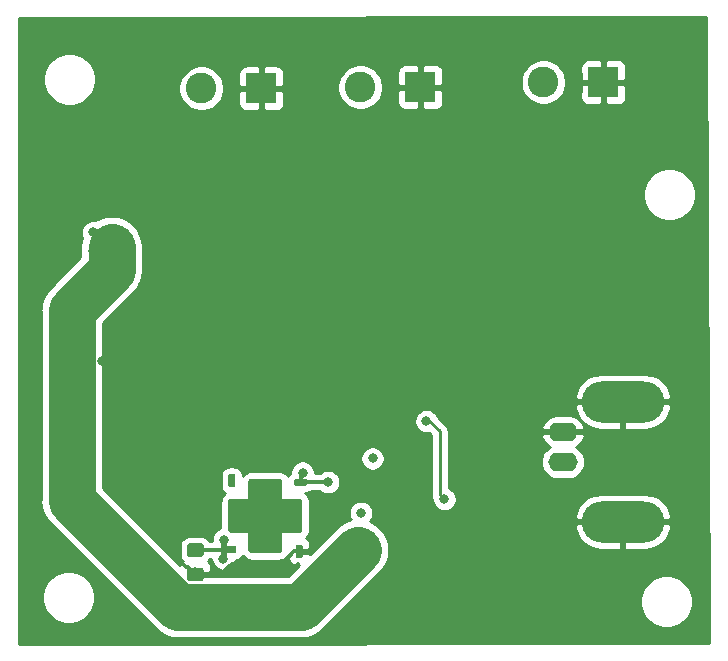
<source format=gbr>
G04 #@! TF.GenerationSoftware,KiCad,Pcbnew,(5.1.0)-1*
G04 #@! TF.CreationDate,2020-05-22T08:02:51-04:00*
G04 #@! TF.ProjectId,SiPMV4-60050,5369504d-5634-42d3-9630-3035302e6b69,rev?*
G04 #@! TF.SameCoordinates,Original*
G04 #@! TF.FileFunction,Copper,L2,Bot*
G04 #@! TF.FilePolarity,Positive*
%FSLAX46Y46*%
G04 Gerber Fmt 4.6, Leading zero omitted, Abs format (unit mm)*
G04 Created by KiCad (PCBNEW (5.1.0)-1) date 2020-05-22 08:02:51*
%MOMM*%
%LPD*%
G04 APERTURE LIST*
%ADD10C,0.100000*%
%ADD11C,2.900000*%
%ADD12C,0.600000*%
%ADD13O,7.000000X3.500000*%
%ADD14O,2.500000X1.600000*%
%ADD15C,1.150000*%
%ADD16C,2.600000*%
%ADD17R,2.600000X2.600000*%
%ADD18C,0.800000*%
%ADD19C,0.500000*%
%ADD20C,0.400000*%
%ADD21C,0.300000*%
%ADD22C,0.350000*%
%ADD23C,4.000000*%
%ADD24C,0.250000*%
%ADD25C,0.254000*%
G04 APERTURE END LIST*
D10*
G36*
X156716925Y-54649896D02*
G01*
X156745076Y-54654072D01*
X156772683Y-54660987D01*
X156799478Y-54670575D01*
X156825205Y-54682743D01*
X156849615Y-54697374D01*
X156872474Y-54714327D01*
X156893561Y-54733439D01*
X156912673Y-54754526D01*
X156929626Y-54777385D01*
X156944257Y-54801795D01*
X156956425Y-54827522D01*
X156966013Y-54854317D01*
X156972928Y-54881924D01*
X156977104Y-54910075D01*
X156978500Y-54938500D01*
X156978500Y-60658500D01*
X156977104Y-60686925D01*
X156972928Y-60715076D01*
X156966013Y-60742683D01*
X156956425Y-60769478D01*
X156944257Y-60795205D01*
X156929626Y-60819615D01*
X156912673Y-60842474D01*
X156893561Y-60863561D01*
X156872474Y-60882673D01*
X156849615Y-60899626D01*
X156825205Y-60914257D01*
X156799478Y-60926425D01*
X156772683Y-60936013D01*
X156745076Y-60942928D01*
X156716925Y-60947104D01*
X156688500Y-60948500D01*
X154368500Y-60948500D01*
X154340075Y-60947104D01*
X154311924Y-60942928D01*
X154284317Y-60936013D01*
X154257522Y-60926425D01*
X154231795Y-60914257D01*
X154207385Y-60899626D01*
X154184526Y-60882673D01*
X154163439Y-60863561D01*
X154144327Y-60842474D01*
X154127374Y-60819615D01*
X154112743Y-60795205D01*
X154100575Y-60769478D01*
X154090987Y-60742683D01*
X154084072Y-60715076D01*
X154079896Y-60686925D01*
X154078500Y-60658500D01*
X154078500Y-54938500D01*
X154079896Y-54910075D01*
X154084072Y-54881924D01*
X154090987Y-54854317D01*
X154100575Y-54827522D01*
X154112743Y-54801795D01*
X154127374Y-54777385D01*
X154144327Y-54754526D01*
X154163439Y-54733439D01*
X154184526Y-54714327D01*
X154207385Y-54697374D01*
X154231795Y-54682743D01*
X154257522Y-54670575D01*
X154284317Y-54660987D01*
X154311924Y-54654072D01*
X154340075Y-54649896D01*
X154368500Y-54648500D01*
X156688500Y-54648500D01*
X156716925Y-54649896D01*
X156716925Y-54649896D01*
G37*
D11*
X155528500Y-57798500D03*
D10*
G36*
X158406925Y-56339896D02*
G01*
X158435076Y-56344072D01*
X158462683Y-56350987D01*
X158489478Y-56360575D01*
X158515205Y-56372743D01*
X158539615Y-56387374D01*
X158562474Y-56404327D01*
X158583561Y-56423439D01*
X158602673Y-56444526D01*
X158619626Y-56467385D01*
X158634257Y-56491795D01*
X158646425Y-56517522D01*
X158656013Y-56544317D01*
X158662928Y-56571924D01*
X158667104Y-56600075D01*
X158668500Y-56628500D01*
X158668500Y-58948500D01*
X158667104Y-58976925D01*
X158662928Y-59005076D01*
X158656013Y-59032683D01*
X158646425Y-59059478D01*
X158634257Y-59085205D01*
X158619626Y-59109615D01*
X158602673Y-59132474D01*
X158583561Y-59153561D01*
X158562474Y-59172673D01*
X158539615Y-59189626D01*
X158515205Y-59204257D01*
X158489478Y-59216425D01*
X158462683Y-59226013D01*
X158435076Y-59232928D01*
X158406925Y-59237104D01*
X158378500Y-59238500D01*
X152658500Y-59238500D01*
X152630075Y-59237104D01*
X152601924Y-59232928D01*
X152574317Y-59226013D01*
X152547522Y-59216425D01*
X152521795Y-59204257D01*
X152497385Y-59189626D01*
X152474526Y-59172673D01*
X152453439Y-59153561D01*
X152434327Y-59132474D01*
X152417374Y-59109615D01*
X152402743Y-59085205D01*
X152390575Y-59059478D01*
X152380987Y-59032683D01*
X152374072Y-59005076D01*
X152369896Y-58976925D01*
X152368500Y-58948500D01*
X152368500Y-56628500D01*
X152369896Y-56600075D01*
X152374072Y-56571924D01*
X152380987Y-56544317D01*
X152390575Y-56517522D01*
X152402743Y-56491795D01*
X152417374Y-56467385D01*
X152434327Y-56444526D01*
X152453439Y-56423439D01*
X152474526Y-56404327D01*
X152497385Y-56387374D01*
X152521795Y-56372743D01*
X152547522Y-56360575D01*
X152574317Y-56350987D01*
X152601924Y-56344072D01*
X152630075Y-56339896D01*
X152658500Y-56338500D01*
X158378500Y-56338500D01*
X158406925Y-56339896D01*
X158406925Y-56339896D01*
G37*
D11*
X155518500Y-57788500D03*
D10*
G36*
X152943203Y-60339222D02*
G01*
X152957764Y-60341382D01*
X152972043Y-60344959D01*
X152985903Y-60349918D01*
X152999210Y-60356212D01*
X153011836Y-60363780D01*
X153023659Y-60372548D01*
X153034566Y-60382434D01*
X153044452Y-60393341D01*
X153053220Y-60405164D01*
X153060788Y-60417790D01*
X153067082Y-60431097D01*
X153072041Y-60444957D01*
X153075618Y-60459236D01*
X153077778Y-60473797D01*
X153078500Y-60488500D01*
X153078500Y-60788500D01*
X153077778Y-60803203D01*
X153075618Y-60817764D01*
X153072041Y-60832043D01*
X153067082Y-60845903D01*
X153060788Y-60859210D01*
X153053220Y-60871836D01*
X153044452Y-60883659D01*
X153034566Y-60894566D01*
X153023659Y-60904452D01*
X153011836Y-60913220D01*
X152999210Y-60920788D01*
X152985903Y-60927082D01*
X152972043Y-60932041D01*
X152957764Y-60935618D01*
X152943203Y-60937778D01*
X152928500Y-60938500D01*
X152128500Y-60938500D01*
X152113797Y-60937778D01*
X152099236Y-60935618D01*
X152084957Y-60932041D01*
X152071097Y-60927082D01*
X152057790Y-60920788D01*
X152045164Y-60913220D01*
X152033341Y-60904452D01*
X152022434Y-60894566D01*
X152012548Y-60883659D01*
X152003780Y-60871836D01*
X151996212Y-60859210D01*
X151989918Y-60845903D01*
X151984959Y-60832043D01*
X151981382Y-60817764D01*
X151979222Y-60803203D01*
X151978500Y-60788500D01*
X151978500Y-60488500D01*
X151979222Y-60473797D01*
X151981382Y-60459236D01*
X151984959Y-60444957D01*
X151989918Y-60431097D01*
X151996212Y-60417790D01*
X152003780Y-60405164D01*
X152012548Y-60393341D01*
X152022434Y-60382434D01*
X152033341Y-60372548D01*
X152045164Y-60363780D01*
X152057790Y-60356212D01*
X152071097Y-60349918D01*
X152084957Y-60344959D01*
X152099236Y-60341382D01*
X152113797Y-60339222D01*
X152128500Y-60338500D01*
X152928500Y-60338500D01*
X152943203Y-60339222D01*
X152943203Y-60339222D01*
G37*
D12*
X152528500Y-60638500D03*
D10*
G36*
X152843203Y-54259222D02*
G01*
X152857764Y-54261382D01*
X152872043Y-54264959D01*
X152885903Y-54269918D01*
X152899210Y-54276212D01*
X152911836Y-54283780D01*
X152923659Y-54292548D01*
X152934566Y-54302434D01*
X152944452Y-54313341D01*
X152953220Y-54325164D01*
X152960788Y-54337790D01*
X152967082Y-54351097D01*
X152972041Y-54364957D01*
X152975618Y-54379236D01*
X152977778Y-54393797D01*
X152978500Y-54408500D01*
X152978500Y-55208500D01*
X152977778Y-55223203D01*
X152975618Y-55237764D01*
X152972041Y-55252043D01*
X152967082Y-55265903D01*
X152960788Y-55279210D01*
X152953220Y-55291836D01*
X152944452Y-55303659D01*
X152934566Y-55314566D01*
X152923659Y-55324452D01*
X152911836Y-55333220D01*
X152899210Y-55340788D01*
X152885903Y-55347082D01*
X152872043Y-55352041D01*
X152857764Y-55355618D01*
X152843203Y-55357778D01*
X152828500Y-55358500D01*
X152528500Y-55358500D01*
X152513797Y-55357778D01*
X152499236Y-55355618D01*
X152484957Y-55352041D01*
X152471097Y-55347082D01*
X152457790Y-55340788D01*
X152445164Y-55333220D01*
X152433341Y-55324452D01*
X152422434Y-55314566D01*
X152412548Y-55303659D01*
X152403780Y-55291836D01*
X152396212Y-55279210D01*
X152389918Y-55265903D01*
X152384959Y-55252043D01*
X152381382Y-55237764D01*
X152379222Y-55223203D01*
X152378500Y-55208500D01*
X152378500Y-54408500D01*
X152379222Y-54393797D01*
X152381382Y-54379236D01*
X152384959Y-54364957D01*
X152389918Y-54351097D01*
X152396212Y-54337790D01*
X152403780Y-54325164D01*
X152412548Y-54313341D01*
X152422434Y-54302434D01*
X152433341Y-54292548D01*
X152445164Y-54283780D01*
X152457790Y-54276212D01*
X152471097Y-54269918D01*
X152484957Y-54264959D01*
X152499236Y-54261382D01*
X152513797Y-54259222D01*
X152528500Y-54258500D01*
X152828500Y-54258500D01*
X152843203Y-54259222D01*
X152843203Y-54259222D01*
G37*
D12*
X152678500Y-54808500D03*
D10*
G36*
X158953203Y-54639222D02*
G01*
X158967764Y-54641382D01*
X158982043Y-54644959D01*
X158995903Y-54649918D01*
X159009210Y-54656212D01*
X159021836Y-54663780D01*
X159033659Y-54672548D01*
X159044566Y-54682434D01*
X159054452Y-54693341D01*
X159063220Y-54705164D01*
X159070788Y-54717790D01*
X159077082Y-54731097D01*
X159082041Y-54744957D01*
X159085618Y-54759236D01*
X159087778Y-54773797D01*
X159088500Y-54788500D01*
X159088500Y-55088500D01*
X159087778Y-55103203D01*
X159085618Y-55117764D01*
X159082041Y-55132043D01*
X159077082Y-55145903D01*
X159070788Y-55159210D01*
X159063220Y-55171836D01*
X159054452Y-55183659D01*
X159044566Y-55194566D01*
X159033659Y-55204452D01*
X159021836Y-55213220D01*
X159009210Y-55220788D01*
X158995903Y-55227082D01*
X158982043Y-55232041D01*
X158967764Y-55235618D01*
X158953203Y-55237778D01*
X158938500Y-55238500D01*
X158138500Y-55238500D01*
X158123797Y-55237778D01*
X158109236Y-55235618D01*
X158094957Y-55232041D01*
X158081097Y-55227082D01*
X158067790Y-55220788D01*
X158055164Y-55213220D01*
X158043341Y-55204452D01*
X158032434Y-55194566D01*
X158022548Y-55183659D01*
X158013780Y-55171836D01*
X158006212Y-55159210D01*
X157999918Y-55145903D01*
X157994959Y-55132043D01*
X157991382Y-55117764D01*
X157989222Y-55103203D01*
X157988500Y-55088500D01*
X157988500Y-54788500D01*
X157989222Y-54773797D01*
X157991382Y-54759236D01*
X157994959Y-54744957D01*
X157999918Y-54731097D01*
X158006212Y-54717790D01*
X158013780Y-54705164D01*
X158022548Y-54693341D01*
X158032434Y-54682434D01*
X158043341Y-54672548D01*
X158055164Y-54663780D01*
X158067790Y-54656212D01*
X158081097Y-54649918D01*
X158094957Y-54644959D01*
X158109236Y-54641382D01*
X158123797Y-54639222D01*
X158138500Y-54638500D01*
X158938500Y-54638500D01*
X158953203Y-54639222D01*
X158953203Y-54639222D01*
G37*
D12*
X158538500Y-54938500D03*
D10*
G36*
X158553203Y-60239222D02*
G01*
X158567764Y-60241382D01*
X158582043Y-60244959D01*
X158595903Y-60249918D01*
X158609210Y-60256212D01*
X158621836Y-60263780D01*
X158633659Y-60272548D01*
X158644566Y-60282434D01*
X158654452Y-60293341D01*
X158663220Y-60305164D01*
X158670788Y-60317790D01*
X158677082Y-60331097D01*
X158682041Y-60344957D01*
X158685618Y-60359236D01*
X158687778Y-60373797D01*
X158688500Y-60388500D01*
X158688500Y-61188500D01*
X158687778Y-61203203D01*
X158685618Y-61217764D01*
X158682041Y-61232043D01*
X158677082Y-61245903D01*
X158670788Y-61259210D01*
X158663220Y-61271836D01*
X158654452Y-61283659D01*
X158644566Y-61294566D01*
X158633659Y-61304452D01*
X158621836Y-61313220D01*
X158609210Y-61320788D01*
X158595903Y-61327082D01*
X158582043Y-61332041D01*
X158567764Y-61335618D01*
X158553203Y-61337778D01*
X158538500Y-61338500D01*
X158238500Y-61338500D01*
X158223797Y-61337778D01*
X158209236Y-61335618D01*
X158194957Y-61332041D01*
X158181097Y-61327082D01*
X158167790Y-61320788D01*
X158155164Y-61313220D01*
X158143341Y-61304452D01*
X158132434Y-61294566D01*
X158122548Y-61283659D01*
X158113780Y-61271836D01*
X158106212Y-61259210D01*
X158099918Y-61245903D01*
X158094959Y-61232043D01*
X158091382Y-61217764D01*
X158089222Y-61203203D01*
X158088500Y-61188500D01*
X158088500Y-60388500D01*
X158089222Y-60373797D01*
X158091382Y-60359236D01*
X158094959Y-60344957D01*
X158099918Y-60331097D01*
X158106212Y-60317790D01*
X158113780Y-60305164D01*
X158122548Y-60293341D01*
X158132434Y-60282434D01*
X158143341Y-60272548D01*
X158155164Y-60263780D01*
X158167790Y-60256212D01*
X158181097Y-60249918D01*
X158194957Y-60244959D01*
X158209236Y-60241382D01*
X158223797Y-60239222D01*
X158238500Y-60238500D01*
X158538500Y-60238500D01*
X158553203Y-60239222D01*
X158553203Y-60239222D01*
G37*
D12*
X158388500Y-60788500D03*
D13*
X185808620Y-48145700D03*
X185808620Y-58305700D03*
D14*
X180728620Y-53225700D03*
X180728620Y-50685700D03*
D10*
G36*
X150080505Y-60123204D02*
G01*
X150104773Y-60126804D01*
X150128572Y-60132765D01*
X150151671Y-60141030D01*
X150173850Y-60151520D01*
X150194893Y-60164132D01*
X150214599Y-60178747D01*
X150232777Y-60195223D01*
X150249253Y-60213401D01*
X150263868Y-60233107D01*
X150276480Y-60254150D01*
X150286970Y-60276329D01*
X150295235Y-60299428D01*
X150301196Y-60323227D01*
X150304796Y-60347495D01*
X150306000Y-60371999D01*
X150306000Y-61022001D01*
X150304796Y-61046505D01*
X150301196Y-61070773D01*
X150295235Y-61094572D01*
X150286970Y-61117671D01*
X150276480Y-61139850D01*
X150263868Y-61160893D01*
X150249253Y-61180599D01*
X150232777Y-61198777D01*
X150214599Y-61215253D01*
X150194893Y-61229868D01*
X150173850Y-61242480D01*
X150151671Y-61252970D01*
X150128572Y-61261235D01*
X150104773Y-61267196D01*
X150080505Y-61270796D01*
X150056001Y-61272000D01*
X149155999Y-61272000D01*
X149131495Y-61270796D01*
X149107227Y-61267196D01*
X149083428Y-61261235D01*
X149060329Y-61252970D01*
X149038150Y-61242480D01*
X149017107Y-61229868D01*
X148997401Y-61215253D01*
X148979223Y-61198777D01*
X148962747Y-61180599D01*
X148948132Y-61160893D01*
X148935520Y-61139850D01*
X148925030Y-61117671D01*
X148916765Y-61094572D01*
X148910804Y-61070773D01*
X148907204Y-61046505D01*
X148906000Y-61022001D01*
X148906000Y-60371999D01*
X148907204Y-60347495D01*
X148910804Y-60323227D01*
X148916765Y-60299428D01*
X148925030Y-60276329D01*
X148935520Y-60254150D01*
X148948132Y-60233107D01*
X148962747Y-60213401D01*
X148979223Y-60195223D01*
X148997401Y-60178747D01*
X149017107Y-60164132D01*
X149038150Y-60151520D01*
X149060329Y-60141030D01*
X149083428Y-60132765D01*
X149107227Y-60126804D01*
X149131495Y-60123204D01*
X149155999Y-60122000D01*
X150056001Y-60122000D01*
X150080505Y-60123204D01*
X150080505Y-60123204D01*
G37*
D15*
X149606000Y-60697000D03*
D10*
G36*
X150080505Y-62173204D02*
G01*
X150104773Y-62176804D01*
X150128572Y-62182765D01*
X150151671Y-62191030D01*
X150173850Y-62201520D01*
X150194893Y-62214132D01*
X150214599Y-62228747D01*
X150232777Y-62245223D01*
X150249253Y-62263401D01*
X150263868Y-62283107D01*
X150276480Y-62304150D01*
X150286970Y-62326329D01*
X150295235Y-62349428D01*
X150301196Y-62373227D01*
X150304796Y-62397495D01*
X150306000Y-62421999D01*
X150306000Y-63072001D01*
X150304796Y-63096505D01*
X150301196Y-63120773D01*
X150295235Y-63144572D01*
X150286970Y-63167671D01*
X150276480Y-63189850D01*
X150263868Y-63210893D01*
X150249253Y-63230599D01*
X150232777Y-63248777D01*
X150214599Y-63265253D01*
X150194893Y-63279868D01*
X150173850Y-63292480D01*
X150151671Y-63302970D01*
X150128572Y-63311235D01*
X150104773Y-63317196D01*
X150080505Y-63320796D01*
X150056001Y-63322000D01*
X149155999Y-63322000D01*
X149131495Y-63320796D01*
X149107227Y-63317196D01*
X149083428Y-63311235D01*
X149060329Y-63302970D01*
X149038150Y-63292480D01*
X149017107Y-63279868D01*
X148997401Y-63265253D01*
X148979223Y-63248777D01*
X148962747Y-63230599D01*
X148948132Y-63210893D01*
X148935520Y-63189850D01*
X148925030Y-63167671D01*
X148916765Y-63144572D01*
X148910804Y-63120773D01*
X148907204Y-63096505D01*
X148906000Y-63072001D01*
X148906000Y-62421999D01*
X148907204Y-62397495D01*
X148910804Y-62373227D01*
X148916765Y-62349428D01*
X148925030Y-62326329D01*
X148935520Y-62304150D01*
X148948132Y-62283107D01*
X148962747Y-62263401D01*
X148979223Y-62245223D01*
X148997401Y-62228747D01*
X149017107Y-62214132D01*
X149038150Y-62201520D01*
X149060329Y-62191030D01*
X149083428Y-62182765D01*
X149107227Y-62176804D01*
X149131495Y-62173204D01*
X149155999Y-62172000D01*
X150056001Y-62172000D01*
X150080505Y-62173204D01*
X150080505Y-62173204D01*
G37*
D15*
X149606000Y-62747000D03*
D16*
X179070000Y-21082000D03*
D17*
X184150000Y-21082000D03*
D16*
X163568380Y-21503640D03*
D17*
X168648380Y-21503640D03*
X155191460Y-21600160D03*
D16*
X150111460Y-21600160D03*
D18*
X151980900Y-61417200D03*
X152028500Y-59807500D03*
X143306800Y-55880000D03*
X167513000Y-41910000D03*
X171460160Y-46339760D03*
X164615211Y-52939995D03*
X171958000Y-42926000D03*
X174752000Y-42672000D03*
X180848000Y-42672000D03*
X183896000Y-36576000D03*
X150114000Y-41402000D03*
X144780000Y-41402000D03*
X152871500Y-34253500D03*
X153111200Y-46278800D03*
X141732000Y-44704000D03*
X164909500Y-64168020D03*
X161564320Y-57597040D03*
X177000000Y-55250000D03*
X163621720Y-57541160D03*
X140936980Y-33794700D03*
X142788640Y-33794700D03*
X140975080Y-35372040D03*
X142788640Y-35410140D03*
X140896340Y-36870640D03*
X142514320Y-36987480D03*
X163385500Y-60657740D03*
X170688000Y-56388000D03*
X169164000Y-49784000D03*
X160858560Y-54950000D03*
X158688000Y-54144500D03*
D19*
X152028500Y-60638500D02*
X152028500Y-59807500D01*
D20*
X152028500Y-61369600D02*
X151980900Y-61417200D01*
D19*
X152028500Y-60638500D02*
X152028500Y-61369600D01*
D21*
X151970000Y-60697000D02*
X152028500Y-60638500D01*
X149606000Y-60697000D02*
X151970000Y-60697000D01*
D19*
X151384000Y-34798000D02*
X151384000Y-34544000D01*
D22*
X157988500Y-60788500D02*
X156933900Y-61843100D01*
X158388500Y-60788500D02*
X157988500Y-60788500D01*
X151798102Y-62747000D02*
X150406000Y-62747000D01*
X150406000Y-62747000D02*
X149606000Y-62747000D01*
X156933900Y-61843100D02*
X152702002Y-61843100D01*
X152702002Y-61843100D02*
X151798102Y-62747000D01*
X148982628Y-62123628D02*
X148785888Y-62123628D01*
X149606000Y-62747000D02*
X148982628Y-62123628D01*
X148785888Y-62123628D02*
X146194780Y-59532520D01*
D23*
X148141170Y-65522010D02*
X158521230Y-65522010D01*
X139131999Y-56512839D02*
X148141170Y-65522010D01*
X142514320Y-36987480D02*
X139131999Y-40369801D01*
X139131999Y-40369801D02*
X139131999Y-56512839D01*
X158521230Y-65522010D02*
X163385500Y-60657740D01*
X163385500Y-60657740D02*
X163385500Y-60657740D01*
X142514320Y-36987480D02*
X142514320Y-35036760D01*
D24*
X170288001Y-55988001D02*
X170288001Y-50654001D01*
X170688000Y-56388000D02*
X170288001Y-55988001D01*
X170288001Y-50654001D02*
X169418000Y-49784000D01*
X169418000Y-49784000D02*
X169164000Y-49784000D01*
D21*
X160847060Y-54938500D02*
X160858560Y-54950000D01*
X158538500Y-54938500D02*
X160847060Y-54938500D01*
X158538500Y-54938500D02*
X158538500Y-54144500D01*
X158538500Y-54144500D02*
X158688000Y-54144500D01*
D25*
G36*
X193088884Y-67854881D02*
G01*
X193085857Y-68603546D01*
X134674962Y-68628376D01*
X134665154Y-67598737D01*
X134664847Y-64463512D01*
X136659820Y-64463512D01*
X136659820Y-64903768D01*
X136745710Y-65335565D01*
X136914189Y-65742309D01*
X137158782Y-66108369D01*
X137470091Y-66419678D01*
X137836151Y-66664271D01*
X138242895Y-66832750D01*
X138674692Y-66918640D01*
X139114948Y-66918640D01*
X139546745Y-66832750D01*
X139953489Y-66664271D01*
X140319549Y-66419678D01*
X140630858Y-66108369D01*
X140875451Y-65742309D01*
X141043930Y-65335565D01*
X141129820Y-64903768D01*
X141129820Y-64463512D01*
X141043930Y-64031715D01*
X140875451Y-63624971D01*
X140630858Y-63258911D01*
X140319549Y-62947602D01*
X139953489Y-62703009D01*
X139546745Y-62534530D01*
X139114948Y-62448640D01*
X138674692Y-62448640D01*
X138242895Y-62534530D01*
X137836151Y-62703009D01*
X137470091Y-62947602D01*
X137158782Y-63258911D01*
X136914189Y-63624971D01*
X136745710Y-64031715D01*
X136659820Y-64463512D01*
X134664847Y-64463512D01*
X134662486Y-40369801D01*
X136484251Y-40369801D01*
X136496999Y-40499235D01*
X136497000Y-56383395D01*
X136484251Y-56512839D01*
X136535126Y-57029388D01*
X136685798Y-57526088D01*
X136685799Y-57526089D01*
X136930477Y-57983850D01*
X137259759Y-58385080D01*
X137360301Y-58467593D01*
X146186412Y-67293704D01*
X146268929Y-67394251D01*
X146670159Y-67723533D01*
X147127920Y-67968211D01*
X147624620Y-68118883D01*
X148011728Y-68157010D01*
X148011736Y-68157010D01*
X148141170Y-68169758D01*
X148270604Y-68157010D01*
X158391796Y-68157010D01*
X158521230Y-68169758D01*
X158650664Y-68157010D01*
X158650672Y-68157010D01*
X159037780Y-68118883D01*
X159534480Y-67968211D01*
X159992241Y-67723533D01*
X160393471Y-67394251D01*
X160475988Y-67293704D01*
X162915020Y-64854672D01*
X187269320Y-64854672D01*
X187269320Y-65294928D01*
X187355210Y-65726725D01*
X187523689Y-66133469D01*
X187768282Y-66499529D01*
X188079591Y-66810838D01*
X188445651Y-67055431D01*
X188852395Y-67223910D01*
X189284192Y-67309800D01*
X189724448Y-67309800D01*
X190156245Y-67223910D01*
X190562989Y-67055431D01*
X190929049Y-66810838D01*
X191240358Y-66499529D01*
X191484951Y-66133469D01*
X191653430Y-65726725D01*
X191739320Y-65294928D01*
X191739320Y-64854672D01*
X191653430Y-64422875D01*
X191484951Y-64016131D01*
X191240358Y-63650071D01*
X190929049Y-63338762D01*
X190562989Y-63094169D01*
X190156245Y-62925690D01*
X189724448Y-62839800D01*
X189284192Y-62839800D01*
X188852395Y-62925690D01*
X188445651Y-63094169D01*
X188079591Y-63338762D01*
X187768282Y-63650071D01*
X187523689Y-64016131D01*
X187355210Y-64422875D01*
X187269320Y-64854672D01*
X162915020Y-64854672D01*
X165157194Y-62612498D01*
X165257741Y-62529981D01*
X165587023Y-62128751D01*
X165831701Y-61670990D01*
X165982373Y-61174290D01*
X166033249Y-60657740D01*
X165982373Y-60141190D01*
X165831701Y-59644490D01*
X165587023Y-59186729D01*
X165272681Y-58803703D01*
X181726193Y-58803703D01*
X181806567Y-59101068D01*
X182005008Y-59525139D01*
X182282368Y-59902348D01*
X182627989Y-60218198D01*
X183028588Y-60460552D01*
X183468770Y-60620096D01*
X183931620Y-60690700D01*
X185681620Y-60690700D01*
X185681620Y-58432700D01*
X185935620Y-58432700D01*
X185935620Y-60690700D01*
X187685620Y-60690700D01*
X188148470Y-60620096D01*
X188588652Y-60460552D01*
X188989251Y-60218198D01*
X189334872Y-59902348D01*
X189612232Y-59525139D01*
X189810673Y-59101068D01*
X189891047Y-58803703D01*
X189781245Y-58432700D01*
X185935620Y-58432700D01*
X185681620Y-58432700D01*
X181835995Y-58432700D01*
X181726193Y-58803703D01*
X165272681Y-58803703D01*
X165257741Y-58785499D01*
X164856511Y-58456217D01*
X164409374Y-58217217D01*
X164425657Y-58200934D01*
X164538925Y-58031416D01*
X164616946Y-57843058D01*
X164623979Y-57807697D01*
X181726193Y-57807697D01*
X181835995Y-58178700D01*
X185681620Y-58178700D01*
X185681620Y-58158700D01*
X185935620Y-58158700D01*
X185935620Y-58178700D01*
X189781245Y-58178700D01*
X189891047Y-57807697D01*
X189810673Y-57510332D01*
X189612232Y-57086261D01*
X189334872Y-56709052D01*
X188989251Y-56393202D01*
X188588652Y-56150848D01*
X188148470Y-55991304D01*
X187685620Y-55920700D01*
X183931620Y-55920700D01*
X183468770Y-55991304D01*
X183028588Y-56150848D01*
X182627989Y-56393202D01*
X182282368Y-56709052D01*
X182005008Y-57086261D01*
X181806567Y-57510332D01*
X181726193Y-57807697D01*
X164623979Y-57807697D01*
X164656720Y-57643099D01*
X164656720Y-57439221D01*
X164616946Y-57239262D01*
X164538925Y-57050904D01*
X164425657Y-56881386D01*
X164281494Y-56737223D01*
X164111976Y-56623955D01*
X163923618Y-56545934D01*
X163723659Y-56506160D01*
X163519781Y-56506160D01*
X163319822Y-56545934D01*
X163131464Y-56623955D01*
X162961946Y-56737223D01*
X162817783Y-56881386D01*
X162704515Y-57050904D01*
X162626494Y-57239262D01*
X162586720Y-57439221D01*
X162586720Y-57643099D01*
X162626494Y-57843058D01*
X162704515Y-58031416D01*
X162748589Y-58097378D01*
X162372250Y-58211539D01*
X161914489Y-58456217D01*
X161513259Y-58785499D01*
X161430742Y-58886046D01*
X159283019Y-61033769D01*
X159164750Y-60915500D01*
X158515500Y-60915500D01*
X158515500Y-60935500D01*
X158261500Y-60935500D01*
X158261500Y-60915500D01*
X158241500Y-60915500D01*
X158241500Y-60661500D01*
X158261500Y-60661500D01*
X158261500Y-60641500D01*
X158515500Y-60641500D01*
X158515500Y-60661500D01*
X159164750Y-60661500D01*
X159323500Y-60502750D01*
X159326572Y-60238500D01*
X159314312Y-60114018D01*
X159278002Y-59994320D01*
X159219037Y-59884006D01*
X159139685Y-59787315D01*
X159042994Y-59707963D01*
X158961836Y-59664582D01*
X159034746Y-59604746D01*
X159150164Y-59464109D01*
X159235927Y-59303658D01*
X159288739Y-59129558D01*
X159306572Y-58948500D01*
X159306572Y-56628500D01*
X159288739Y-56447442D01*
X159235927Y-56273342D01*
X159150164Y-56112891D01*
X159034746Y-55972254D01*
X158918157Y-55876572D01*
X158938500Y-55876572D01*
X159092245Y-55861429D01*
X159240082Y-55816584D01*
X159376329Y-55743758D01*
X159401013Y-55723500D01*
X160168349Y-55723500D01*
X160198786Y-55753937D01*
X160368304Y-55867205D01*
X160556662Y-55945226D01*
X160756621Y-55985000D01*
X160960499Y-55985000D01*
X161160458Y-55945226D01*
X161348816Y-55867205D01*
X161518334Y-55753937D01*
X161662497Y-55609774D01*
X161775765Y-55440256D01*
X161853786Y-55251898D01*
X161893560Y-55051939D01*
X161893560Y-54848061D01*
X161853786Y-54648102D01*
X161775765Y-54459744D01*
X161662497Y-54290226D01*
X161518334Y-54146063D01*
X161348816Y-54032795D01*
X161160458Y-53954774D01*
X160960499Y-53915000D01*
X160756621Y-53915000D01*
X160556662Y-53954774D01*
X160368304Y-54032795D01*
X160198786Y-54146063D01*
X160191349Y-54153500D01*
X159723000Y-54153500D01*
X159723000Y-54042561D01*
X159683226Y-53842602D01*
X159605205Y-53654244D01*
X159491937Y-53484726D01*
X159347774Y-53340563D01*
X159178256Y-53227295D01*
X158989898Y-53149274D01*
X158789939Y-53109500D01*
X158586061Y-53109500D01*
X158386102Y-53149274D01*
X158197744Y-53227295D01*
X158028226Y-53340563D01*
X157884063Y-53484726D01*
X157770795Y-53654244D01*
X157692774Y-53842602D01*
X157653000Y-54042561D01*
X157653000Y-54172365D01*
X157581249Y-54231249D01*
X157483242Y-54350671D01*
X157450763Y-54411435D01*
X157344746Y-54282254D01*
X157204109Y-54166836D01*
X157043658Y-54081073D01*
X156869558Y-54028261D01*
X156688500Y-54010428D01*
X154368500Y-54010428D01*
X154187442Y-54028261D01*
X154013342Y-54081073D01*
X153852891Y-54166836D01*
X153712254Y-54282254D01*
X153615723Y-54399877D01*
X153601429Y-54254755D01*
X153556584Y-54106918D01*
X153483758Y-53970671D01*
X153385751Y-53851249D01*
X153266329Y-53753242D01*
X153130082Y-53680416D01*
X152982245Y-53635571D01*
X152828500Y-53620428D01*
X152528500Y-53620428D01*
X152374755Y-53635571D01*
X152226918Y-53680416D01*
X152090671Y-53753242D01*
X151971249Y-53851249D01*
X151873242Y-53970671D01*
X151800416Y-54106918D01*
X151755571Y-54254755D01*
X151740428Y-54408500D01*
X151740428Y-55208500D01*
X151755571Y-55362245D01*
X151800416Y-55510082D01*
X151873242Y-55646329D01*
X151971249Y-55765751D01*
X152090671Y-55863758D01*
X152117187Y-55877931D01*
X152002254Y-55972254D01*
X151886836Y-56112891D01*
X151801073Y-56273342D01*
X151748261Y-56447442D01*
X151730428Y-56628500D01*
X151730428Y-58811513D01*
X151726602Y-58812274D01*
X151538244Y-58890295D01*
X151368726Y-59003563D01*
X151224563Y-59147726D01*
X151111295Y-59317244D01*
X151033274Y-59505602D01*
X150993500Y-59705561D01*
X150993500Y-59909439D01*
X150994009Y-59912000D01*
X150812251Y-59912000D01*
X150794405Y-59878613D01*
X150683962Y-59744038D01*
X150549387Y-59633595D01*
X150395851Y-59551528D01*
X150229255Y-59500992D01*
X150056001Y-59483928D01*
X149155999Y-59483928D01*
X148982745Y-59500992D01*
X148816149Y-59551528D01*
X148662613Y-59633595D01*
X148528038Y-59744038D01*
X148417595Y-59878613D01*
X148335528Y-60032149D01*
X148284992Y-60198745D01*
X148267928Y-60371999D01*
X148267928Y-61022001D01*
X148284992Y-61195255D01*
X148335528Y-61361851D01*
X148417595Y-61515387D01*
X148528038Y-61649962D01*
X148534594Y-61655342D01*
X148454815Y-61720815D01*
X148375463Y-61817506D01*
X148316498Y-61927820D01*
X148306475Y-61960863D01*
X141766999Y-55421387D01*
X141766999Y-52838056D01*
X163580211Y-52838056D01*
X163580211Y-53041934D01*
X163619985Y-53241893D01*
X163698006Y-53430251D01*
X163811274Y-53599769D01*
X163955437Y-53743932D01*
X164124955Y-53857200D01*
X164313313Y-53935221D01*
X164513272Y-53974995D01*
X164717150Y-53974995D01*
X164917109Y-53935221D01*
X165105467Y-53857200D01*
X165274985Y-53743932D01*
X165419148Y-53599769D01*
X165532416Y-53430251D01*
X165610437Y-53241893D01*
X165650211Y-53041934D01*
X165650211Y-52838056D01*
X165610437Y-52638097D01*
X165532416Y-52449739D01*
X165419148Y-52280221D01*
X165274985Y-52136058D01*
X165105467Y-52022790D01*
X164917109Y-51944769D01*
X164717150Y-51904995D01*
X164513272Y-51904995D01*
X164313313Y-51944769D01*
X164124955Y-52022790D01*
X163955437Y-52136058D01*
X163811274Y-52280221D01*
X163698006Y-52449739D01*
X163619985Y-52638097D01*
X163580211Y-52838056D01*
X141766999Y-52838056D01*
X141766999Y-49682061D01*
X168129000Y-49682061D01*
X168129000Y-49885939D01*
X168168774Y-50085898D01*
X168246795Y-50274256D01*
X168360063Y-50443774D01*
X168504226Y-50587937D01*
X168673744Y-50701205D01*
X168862102Y-50779226D01*
X169062061Y-50819000D01*
X169265939Y-50819000D01*
X169359574Y-50800375D01*
X169528002Y-50968804D01*
X169528001Y-55950678D01*
X169524325Y-55988001D01*
X169528001Y-56025323D01*
X169528001Y-56025333D01*
X169538998Y-56136986D01*
X169580360Y-56273342D01*
X169582455Y-56280247D01*
X169653000Y-56412226D01*
X169653000Y-56489939D01*
X169692774Y-56689898D01*
X169770795Y-56878256D01*
X169884063Y-57047774D01*
X170028226Y-57191937D01*
X170197744Y-57305205D01*
X170386102Y-57383226D01*
X170586061Y-57423000D01*
X170789939Y-57423000D01*
X170989898Y-57383226D01*
X171178256Y-57305205D01*
X171347774Y-57191937D01*
X171491937Y-57047774D01*
X171605205Y-56878256D01*
X171683226Y-56689898D01*
X171723000Y-56489939D01*
X171723000Y-56286061D01*
X171683226Y-56086102D01*
X171605205Y-55897744D01*
X171491937Y-55728226D01*
X171347774Y-55584063D01*
X171178256Y-55470795D01*
X171048001Y-55416841D01*
X171048001Y-53225700D01*
X178836677Y-53225700D01*
X178864384Y-53507009D01*
X178946438Y-53777508D01*
X179079688Y-54026801D01*
X179259012Y-54245308D01*
X179477519Y-54424632D01*
X179726812Y-54557882D01*
X179997311Y-54639936D01*
X180208128Y-54660700D01*
X181249112Y-54660700D01*
X181459929Y-54639936D01*
X181730428Y-54557882D01*
X181979721Y-54424632D01*
X182198228Y-54245308D01*
X182377552Y-54026801D01*
X182510802Y-53777508D01*
X182592856Y-53507009D01*
X182620563Y-53225700D01*
X182592856Y-52944391D01*
X182510802Y-52673892D01*
X182377552Y-52424599D01*
X182198228Y-52206092D01*
X181979721Y-52026768D01*
X181851879Y-51958435D01*
X182081459Y-51808301D01*
X182283120Y-51610595D01*
X182442335Y-51377346D01*
X182552987Y-51117518D01*
X182570524Y-51034739D01*
X182448535Y-50812700D01*
X180855620Y-50812700D01*
X180855620Y-50832700D01*
X180601620Y-50832700D01*
X180601620Y-50812700D01*
X179008705Y-50812700D01*
X178886716Y-51034739D01*
X178904253Y-51117518D01*
X179014905Y-51377346D01*
X179174120Y-51610595D01*
X179375781Y-51808301D01*
X179605361Y-51958435D01*
X179477519Y-52026768D01*
X179259012Y-52206092D01*
X179079688Y-52424599D01*
X178946438Y-52673892D01*
X178864384Y-52944391D01*
X178836677Y-53225700D01*
X171048001Y-53225700D01*
X171048001Y-50691323D01*
X171051677Y-50654000D01*
X171048001Y-50616677D01*
X171048001Y-50616668D01*
X171037004Y-50505015D01*
X170993547Y-50361754D01*
X170980135Y-50336661D01*
X178886716Y-50336661D01*
X179008705Y-50558700D01*
X180601620Y-50558700D01*
X180601620Y-50538700D01*
X180855620Y-50538700D01*
X180855620Y-50558700D01*
X182448535Y-50558700D01*
X182570524Y-50336661D01*
X182552987Y-50253882D01*
X182442335Y-49994054D01*
X182283120Y-49760805D01*
X182081459Y-49563099D01*
X181845103Y-49408534D01*
X181583134Y-49303050D01*
X181305620Y-49250700D01*
X180151620Y-49250700D01*
X179874106Y-49303050D01*
X179612137Y-49408534D01*
X179375781Y-49563099D01*
X179174120Y-49760805D01*
X179014905Y-49994054D01*
X178904253Y-50253882D01*
X178886716Y-50336661D01*
X170980135Y-50336661D01*
X170922975Y-50229725D01*
X170828002Y-50114000D01*
X170799004Y-50090202D01*
X170136827Y-49428025D01*
X170081205Y-49293744D01*
X169967937Y-49124226D01*
X169823774Y-48980063D01*
X169654256Y-48866795D01*
X169465898Y-48788774D01*
X169265939Y-48749000D01*
X169062061Y-48749000D01*
X168862102Y-48788774D01*
X168673744Y-48866795D01*
X168504226Y-48980063D01*
X168360063Y-49124226D01*
X168246795Y-49293744D01*
X168168774Y-49482102D01*
X168129000Y-49682061D01*
X141766999Y-49682061D01*
X141766999Y-48643703D01*
X181726193Y-48643703D01*
X181806567Y-48941068D01*
X182005008Y-49365139D01*
X182282368Y-49742348D01*
X182627989Y-50058198D01*
X183028588Y-50300552D01*
X183468770Y-50460096D01*
X183931620Y-50530700D01*
X185681620Y-50530700D01*
X185681620Y-48272700D01*
X185935620Y-48272700D01*
X185935620Y-50530700D01*
X187685620Y-50530700D01*
X188148470Y-50460096D01*
X188588652Y-50300552D01*
X188989251Y-50058198D01*
X189334872Y-49742348D01*
X189612232Y-49365139D01*
X189810673Y-48941068D01*
X189891047Y-48643703D01*
X189781245Y-48272700D01*
X185935620Y-48272700D01*
X185681620Y-48272700D01*
X181835995Y-48272700D01*
X181726193Y-48643703D01*
X141766999Y-48643703D01*
X141766999Y-47647697D01*
X181726193Y-47647697D01*
X181835995Y-48018700D01*
X185681620Y-48018700D01*
X185681620Y-47998700D01*
X185935620Y-47998700D01*
X185935620Y-48018700D01*
X189781245Y-48018700D01*
X189891047Y-47647697D01*
X189810673Y-47350332D01*
X189612232Y-46926261D01*
X189334872Y-46549052D01*
X188989251Y-46233202D01*
X188588652Y-45990848D01*
X188148470Y-45831304D01*
X187685620Y-45760700D01*
X183931620Y-45760700D01*
X183468770Y-45831304D01*
X183028588Y-45990848D01*
X182627989Y-46233202D01*
X182282368Y-46549052D01*
X182005008Y-46926261D01*
X181806567Y-47350332D01*
X181726193Y-47647697D01*
X141766999Y-47647697D01*
X141766999Y-41461253D01*
X144286020Y-38942233D01*
X144386561Y-38859721D01*
X144715843Y-38458491D01*
X144960521Y-38000730D01*
X144989656Y-37904685D01*
X145111193Y-37504031D01*
X145116266Y-37452522D01*
X145149320Y-37116922D01*
X145149320Y-37116915D01*
X145162068Y-36987481D01*
X145149320Y-36858047D01*
X145149320Y-34907319D01*
X145111193Y-34520210D01*
X144960521Y-34023510D01*
X144715843Y-33565749D01*
X144386561Y-33164519D01*
X143985331Y-32835237D01*
X143527570Y-32590559D01*
X143030870Y-32439887D01*
X142514320Y-32389011D01*
X141997771Y-32439887D01*
X141501071Y-32590559D01*
X141145112Y-32780823D01*
X141038919Y-32759700D01*
X140835041Y-32759700D01*
X140635082Y-32799474D01*
X140446724Y-32877495D01*
X140277206Y-32990763D01*
X140133043Y-33134926D01*
X140019775Y-33304444D01*
X139941754Y-33492802D01*
X139901980Y-33692761D01*
X139901980Y-33896639D01*
X139941754Y-34096598D01*
X140001901Y-34241804D01*
X139917447Y-34520210D01*
X139879320Y-34907318D01*
X139879320Y-35896027D01*
X137360305Y-38415043D01*
X137259758Y-38497560D01*
X136930476Y-38898791D01*
X136685798Y-39356552D01*
X136535126Y-39853252D01*
X136496999Y-40240360D01*
X136496999Y-40240367D01*
X136484251Y-40369801D01*
X134662486Y-40369801D01*
X134661510Y-30397032D01*
X187485220Y-30397032D01*
X187485220Y-30837288D01*
X187571110Y-31269085D01*
X187739589Y-31675829D01*
X187984182Y-32041889D01*
X188295491Y-32353198D01*
X188661551Y-32597791D01*
X189068295Y-32766270D01*
X189500092Y-32852160D01*
X189940348Y-32852160D01*
X190372145Y-32766270D01*
X190778889Y-32597791D01*
X191144949Y-32353198D01*
X191456258Y-32041889D01*
X191700851Y-31675829D01*
X191869330Y-31269085D01*
X191955220Y-30837288D01*
X191955220Y-30397032D01*
X191869330Y-29965235D01*
X191700851Y-29558491D01*
X191456258Y-29192431D01*
X191144949Y-28881122D01*
X190778889Y-28636529D01*
X190372145Y-28468050D01*
X189940348Y-28382160D01*
X189500092Y-28382160D01*
X189068295Y-28468050D01*
X188661551Y-28636529D01*
X188295491Y-28881122D01*
X187984182Y-29192431D01*
X187739589Y-29558491D01*
X187571110Y-29965235D01*
X187485220Y-30397032D01*
X134661510Y-30397032D01*
X134660550Y-20607872D01*
X136703000Y-20607872D01*
X136703000Y-21048128D01*
X136788890Y-21479925D01*
X136957369Y-21886669D01*
X137201962Y-22252729D01*
X137513271Y-22564038D01*
X137879331Y-22808631D01*
X138286075Y-22977110D01*
X138717872Y-23063000D01*
X139158128Y-23063000D01*
X139589925Y-22977110D01*
X139996669Y-22808631D01*
X140362729Y-22564038D01*
X140674038Y-22252729D01*
X140918631Y-21886669D01*
X141087110Y-21479925D01*
X141101102Y-21409579D01*
X148176460Y-21409579D01*
X148176460Y-21790741D01*
X148250821Y-22164579D01*
X148396685Y-22516726D01*
X148608447Y-22833651D01*
X148877969Y-23103173D01*
X149194894Y-23314935D01*
X149547041Y-23460799D01*
X149920879Y-23535160D01*
X150302041Y-23535160D01*
X150675879Y-23460799D01*
X151028026Y-23314935D01*
X151344951Y-23103173D01*
X151547964Y-22900160D01*
X153253388Y-22900160D01*
X153265648Y-23024642D01*
X153301958Y-23144340D01*
X153360923Y-23254654D01*
X153440275Y-23351345D01*
X153536966Y-23430697D01*
X153647280Y-23489662D01*
X153766978Y-23525972D01*
X153891460Y-23538232D01*
X154905710Y-23535160D01*
X155064460Y-23376410D01*
X155064460Y-21727160D01*
X155318460Y-21727160D01*
X155318460Y-23376410D01*
X155477210Y-23535160D01*
X156491460Y-23538232D01*
X156615942Y-23525972D01*
X156735640Y-23489662D01*
X156845954Y-23430697D01*
X156942645Y-23351345D01*
X157021997Y-23254654D01*
X157080962Y-23144340D01*
X157117272Y-23024642D01*
X157129532Y-22900160D01*
X157126460Y-21885910D01*
X156967710Y-21727160D01*
X155318460Y-21727160D01*
X155064460Y-21727160D01*
X153415210Y-21727160D01*
X153256460Y-21885910D01*
X153253388Y-22900160D01*
X151547964Y-22900160D01*
X151614473Y-22833651D01*
X151826235Y-22516726D01*
X151972099Y-22164579D01*
X152046460Y-21790741D01*
X152046460Y-21409579D01*
X151972099Y-21035741D01*
X151826235Y-20683594D01*
X151614473Y-20366669D01*
X151547964Y-20300160D01*
X153253388Y-20300160D01*
X153256460Y-21314410D01*
X153415210Y-21473160D01*
X155064460Y-21473160D01*
X155064460Y-19823910D01*
X155318460Y-19823910D01*
X155318460Y-21473160D01*
X156967710Y-21473160D01*
X157126460Y-21314410D01*
X157126464Y-21313059D01*
X161633380Y-21313059D01*
X161633380Y-21694221D01*
X161707741Y-22068059D01*
X161853605Y-22420206D01*
X162065367Y-22737131D01*
X162334889Y-23006653D01*
X162651814Y-23218415D01*
X163003961Y-23364279D01*
X163377799Y-23438640D01*
X163758961Y-23438640D01*
X164132799Y-23364279D01*
X164484946Y-23218415D01*
X164801871Y-23006653D01*
X165004884Y-22803640D01*
X166710308Y-22803640D01*
X166722568Y-22928122D01*
X166758878Y-23047820D01*
X166817843Y-23158134D01*
X166897195Y-23254825D01*
X166993886Y-23334177D01*
X167104200Y-23393142D01*
X167223898Y-23429452D01*
X167348380Y-23441712D01*
X168362630Y-23438640D01*
X168521380Y-23279890D01*
X168521380Y-21630640D01*
X168775380Y-21630640D01*
X168775380Y-23279890D01*
X168934130Y-23438640D01*
X169948380Y-23441712D01*
X170072862Y-23429452D01*
X170192560Y-23393142D01*
X170302874Y-23334177D01*
X170399565Y-23254825D01*
X170478917Y-23158134D01*
X170537882Y-23047820D01*
X170574192Y-22928122D01*
X170586452Y-22803640D01*
X170583380Y-21789390D01*
X170424630Y-21630640D01*
X168775380Y-21630640D01*
X168521380Y-21630640D01*
X166872130Y-21630640D01*
X166713380Y-21789390D01*
X166710308Y-22803640D01*
X165004884Y-22803640D01*
X165071393Y-22737131D01*
X165283155Y-22420206D01*
X165429019Y-22068059D01*
X165503380Y-21694221D01*
X165503380Y-21313059D01*
X165429019Y-20939221D01*
X165283155Y-20587074D01*
X165071393Y-20270149D01*
X165004884Y-20203640D01*
X166710308Y-20203640D01*
X166713380Y-21217890D01*
X166872130Y-21376640D01*
X168521380Y-21376640D01*
X168521380Y-19727390D01*
X168775380Y-19727390D01*
X168775380Y-21376640D01*
X170424630Y-21376640D01*
X170583380Y-21217890D01*
X170584368Y-20891419D01*
X177135000Y-20891419D01*
X177135000Y-21272581D01*
X177209361Y-21646419D01*
X177355225Y-21998566D01*
X177566987Y-22315491D01*
X177836509Y-22585013D01*
X178153434Y-22796775D01*
X178505581Y-22942639D01*
X178879419Y-23017000D01*
X179260581Y-23017000D01*
X179634419Y-22942639D01*
X179986566Y-22796775D01*
X180303491Y-22585013D01*
X180506504Y-22382000D01*
X182211928Y-22382000D01*
X182224188Y-22506482D01*
X182260498Y-22626180D01*
X182319463Y-22736494D01*
X182398815Y-22833185D01*
X182495506Y-22912537D01*
X182605820Y-22971502D01*
X182725518Y-23007812D01*
X182850000Y-23020072D01*
X183864250Y-23017000D01*
X184023000Y-22858250D01*
X184023000Y-21209000D01*
X184277000Y-21209000D01*
X184277000Y-22858250D01*
X184435750Y-23017000D01*
X185450000Y-23020072D01*
X185574482Y-23007812D01*
X185694180Y-22971502D01*
X185804494Y-22912537D01*
X185901185Y-22833185D01*
X185980537Y-22736494D01*
X186039502Y-22626180D01*
X186075812Y-22506482D01*
X186088072Y-22382000D01*
X186085000Y-21367750D01*
X185926250Y-21209000D01*
X184277000Y-21209000D01*
X184023000Y-21209000D01*
X182373750Y-21209000D01*
X182215000Y-21367750D01*
X182211928Y-22382000D01*
X180506504Y-22382000D01*
X180573013Y-22315491D01*
X180784775Y-21998566D01*
X180930639Y-21646419D01*
X181005000Y-21272581D01*
X181005000Y-20891419D01*
X180930639Y-20517581D01*
X180784775Y-20165434D01*
X180573013Y-19848509D01*
X180506504Y-19782000D01*
X182211928Y-19782000D01*
X182215000Y-20796250D01*
X182373750Y-20955000D01*
X184023000Y-20955000D01*
X184023000Y-19305750D01*
X184277000Y-19305750D01*
X184277000Y-20955000D01*
X185926250Y-20955000D01*
X186085000Y-20796250D01*
X186088072Y-19782000D01*
X186075812Y-19657518D01*
X186039502Y-19537820D01*
X185980537Y-19427506D01*
X185901185Y-19330815D01*
X185804494Y-19251463D01*
X185694180Y-19192498D01*
X185574482Y-19156188D01*
X185450000Y-19143928D01*
X184435750Y-19147000D01*
X184277000Y-19305750D01*
X184023000Y-19305750D01*
X183864250Y-19147000D01*
X182850000Y-19143928D01*
X182725518Y-19156188D01*
X182605820Y-19192498D01*
X182495506Y-19251463D01*
X182398815Y-19330815D01*
X182319463Y-19427506D01*
X182260498Y-19537820D01*
X182224188Y-19657518D01*
X182211928Y-19782000D01*
X180506504Y-19782000D01*
X180303491Y-19578987D01*
X179986566Y-19367225D01*
X179634419Y-19221361D01*
X179260581Y-19147000D01*
X178879419Y-19147000D01*
X178505581Y-19221361D01*
X178153434Y-19367225D01*
X177836509Y-19578987D01*
X177566987Y-19848509D01*
X177355225Y-20165434D01*
X177209361Y-20517581D01*
X177135000Y-20891419D01*
X170584368Y-20891419D01*
X170586452Y-20203640D01*
X170574192Y-20079158D01*
X170537882Y-19959460D01*
X170478917Y-19849146D01*
X170399565Y-19752455D01*
X170302874Y-19673103D01*
X170192560Y-19614138D01*
X170072862Y-19577828D01*
X169948380Y-19565568D01*
X168934130Y-19568640D01*
X168775380Y-19727390D01*
X168521380Y-19727390D01*
X168362630Y-19568640D01*
X167348380Y-19565568D01*
X167223898Y-19577828D01*
X167104200Y-19614138D01*
X166993886Y-19673103D01*
X166897195Y-19752455D01*
X166817843Y-19849146D01*
X166758878Y-19959460D01*
X166722568Y-20079158D01*
X166710308Y-20203640D01*
X165004884Y-20203640D01*
X164801871Y-20000627D01*
X164484946Y-19788865D01*
X164132799Y-19643001D01*
X163758961Y-19568640D01*
X163377799Y-19568640D01*
X163003961Y-19643001D01*
X162651814Y-19788865D01*
X162334889Y-20000627D01*
X162065367Y-20270149D01*
X161853605Y-20587074D01*
X161707741Y-20939221D01*
X161633380Y-21313059D01*
X157126464Y-21313059D01*
X157129532Y-20300160D01*
X157117272Y-20175678D01*
X157080962Y-20055980D01*
X157021997Y-19945666D01*
X156942645Y-19848975D01*
X156845954Y-19769623D01*
X156735640Y-19710658D01*
X156615942Y-19674348D01*
X156491460Y-19662088D01*
X155477210Y-19665160D01*
X155318460Y-19823910D01*
X155064460Y-19823910D01*
X154905710Y-19665160D01*
X153891460Y-19662088D01*
X153766978Y-19674348D01*
X153647280Y-19710658D01*
X153536966Y-19769623D01*
X153440275Y-19848975D01*
X153360923Y-19945666D01*
X153301958Y-20055980D01*
X153265648Y-20175678D01*
X153253388Y-20300160D01*
X151547964Y-20300160D01*
X151344951Y-20097147D01*
X151028026Y-19885385D01*
X150675879Y-19739521D01*
X150302041Y-19665160D01*
X149920879Y-19665160D01*
X149547041Y-19739521D01*
X149194894Y-19885385D01*
X148877969Y-20097147D01*
X148608447Y-20366669D01*
X148396685Y-20683594D01*
X148250821Y-21035741D01*
X148176460Y-21409579D01*
X141101102Y-21409579D01*
X141173000Y-21048128D01*
X141173000Y-20607872D01*
X141087110Y-20176075D01*
X140918631Y-19769331D01*
X140674038Y-19403271D01*
X140362729Y-19091962D01*
X139996669Y-18847369D01*
X139589925Y-18678890D01*
X139158128Y-18593000D01*
X138717872Y-18593000D01*
X138286075Y-18678890D01*
X137879331Y-18847369D01*
X137513271Y-19091962D01*
X137201962Y-19403271D01*
X136957369Y-19769331D01*
X136788890Y-20176075D01*
X136703000Y-20607872D01*
X134660550Y-20607872D01*
X134660064Y-15659280D01*
X192815251Y-15595915D01*
X193088884Y-67854881D01*
X193088884Y-67854881D01*
G37*
X193088884Y-67854881D02*
X193085857Y-68603546D01*
X134674962Y-68628376D01*
X134665154Y-67598737D01*
X134664847Y-64463512D01*
X136659820Y-64463512D01*
X136659820Y-64903768D01*
X136745710Y-65335565D01*
X136914189Y-65742309D01*
X137158782Y-66108369D01*
X137470091Y-66419678D01*
X137836151Y-66664271D01*
X138242895Y-66832750D01*
X138674692Y-66918640D01*
X139114948Y-66918640D01*
X139546745Y-66832750D01*
X139953489Y-66664271D01*
X140319549Y-66419678D01*
X140630858Y-66108369D01*
X140875451Y-65742309D01*
X141043930Y-65335565D01*
X141129820Y-64903768D01*
X141129820Y-64463512D01*
X141043930Y-64031715D01*
X140875451Y-63624971D01*
X140630858Y-63258911D01*
X140319549Y-62947602D01*
X139953489Y-62703009D01*
X139546745Y-62534530D01*
X139114948Y-62448640D01*
X138674692Y-62448640D01*
X138242895Y-62534530D01*
X137836151Y-62703009D01*
X137470091Y-62947602D01*
X137158782Y-63258911D01*
X136914189Y-63624971D01*
X136745710Y-64031715D01*
X136659820Y-64463512D01*
X134664847Y-64463512D01*
X134662486Y-40369801D01*
X136484251Y-40369801D01*
X136496999Y-40499235D01*
X136497000Y-56383395D01*
X136484251Y-56512839D01*
X136535126Y-57029388D01*
X136685798Y-57526088D01*
X136685799Y-57526089D01*
X136930477Y-57983850D01*
X137259759Y-58385080D01*
X137360301Y-58467593D01*
X146186412Y-67293704D01*
X146268929Y-67394251D01*
X146670159Y-67723533D01*
X147127920Y-67968211D01*
X147624620Y-68118883D01*
X148011728Y-68157010D01*
X148011736Y-68157010D01*
X148141170Y-68169758D01*
X148270604Y-68157010D01*
X158391796Y-68157010D01*
X158521230Y-68169758D01*
X158650664Y-68157010D01*
X158650672Y-68157010D01*
X159037780Y-68118883D01*
X159534480Y-67968211D01*
X159992241Y-67723533D01*
X160393471Y-67394251D01*
X160475988Y-67293704D01*
X162915020Y-64854672D01*
X187269320Y-64854672D01*
X187269320Y-65294928D01*
X187355210Y-65726725D01*
X187523689Y-66133469D01*
X187768282Y-66499529D01*
X188079591Y-66810838D01*
X188445651Y-67055431D01*
X188852395Y-67223910D01*
X189284192Y-67309800D01*
X189724448Y-67309800D01*
X190156245Y-67223910D01*
X190562989Y-67055431D01*
X190929049Y-66810838D01*
X191240358Y-66499529D01*
X191484951Y-66133469D01*
X191653430Y-65726725D01*
X191739320Y-65294928D01*
X191739320Y-64854672D01*
X191653430Y-64422875D01*
X191484951Y-64016131D01*
X191240358Y-63650071D01*
X190929049Y-63338762D01*
X190562989Y-63094169D01*
X190156245Y-62925690D01*
X189724448Y-62839800D01*
X189284192Y-62839800D01*
X188852395Y-62925690D01*
X188445651Y-63094169D01*
X188079591Y-63338762D01*
X187768282Y-63650071D01*
X187523689Y-64016131D01*
X187355210Y-64422875D01*
X187269320Y-64854672D01*
X162915020Y-64854672D01*
X165157194Y-62612498D01*
X165257741Y-62529981D01*
X165587023Y-62128751D01*
X165831701Y-61670990D01*
X165982373Y-61174290D01*
X166033249Y-60657740D01*
X165982373Y-60141190D01*
X165831701Y-59644490D01*
X165587023Y-59186729D01*
X165272681Y-58803703D01*
X181726193Y-58803703D01*
X181806567Y-59101068D01*
X182005008Y-59525139D01*
X182282368Y-59902348D01*
X182627989Y-60218198D01*
X183028588Y-60460552D01*
X183468770Y-60620096D01*
X183931620Y-60690700D01*
X185681620Y-60690700D01*
X185681620Y-58432700D01*
X185935620Y-58432700D01*
X185935620Y-60690700D01*
X187685620Y-60690700D01*
X188148470Y-60620096D01*
X188588652Y-60460552D01*
X188989251Y-60218198D01*
X189334872Y-59902348D01*
X189612232Y-59525139D01*
X189810673Y-59101068D01*
X189891047Y-58803703D01*
X189781245Y-58432700D01*
X185935620Y-58432700D01*
X185681620Y-58432700D01*
X181835995Y-58432700D01*
X181726193Y-58803703D01*
X165272681Y-58803703D01*
X165257741Y-58785499D01*
X164856511Y-58456217D01*
X164409374Y-58217217D01*
X164425657Y-58200934D01*
X164538925Y-58031416D01*
X164616946Y-57843058D01*
X164623979Y-57807697D01*
X181726193Y-57807697D01*
X181835995Y-58178700D01*
X185681620Y-58178700D01*
X185681620Y-58158700D01*
X185935620Y-58158700D01*
X185935620Y-58178700D01*
X189781245Y-58178700D01*
X189891047Y-57807697D01*
X189810673Y-57510332D01*
X189612232Y-57086261D01*
X189334872Y-56709052D01*
X188989251Y-56393202D01*
X188588652Y-56150848D01*
X188148470Y-55991304D01*
X187685620Y-55920700D01*
X183931620Y-55920700D01*
X183468770Y-55991304D01*
X183028588Y-56150848D01*
X182627989Y-56393202D01*
X182282368Y-56709052D01*
X182005008Y-57086261D01*
X181806567Y-57510332D01*
X181726193Y-57807697D01*
X164623979Y-57807697D01*
X164656720Y-57643099D01*
X164656720Y-57439221D01*
X164616946Y-57239262D01*
X164538925Y-57050904D01*
X164425657Y-56881386D01*
X164281494Y-56737223D01*
X164111976Y-56623955D01*
X163923618Y-56545934D01*
X163723659Y-56506160D01*
X163519781Y-56506160D01*
X163319822Y-56545934D01*
X163131464Y-56623955D01*
X162961946Y-56737223D01*
X162817783Y-56881386D01*
X162704515Y-57050904D01*
X162626494Y-57239262D01*
X162586720Y-57439221D01*
X162586720Y-57643099D01*
X162626494Y-57843058D01*
X162704515Y-58031416D01*
X162748589Y-58097378D01*
X162372250Y-58211539D01*
X161914489Y-58456217D01*
X161513259Y-58785499D01*
X161430742Y-58886046D01*
X159283019Y-61033769D01*
X159164750Y-60915500D01*
X158515500Y-60915500D01*
X158515500Y-60935500D01*
X158261500Y-60935500D01*
X158261500Y-60915500D01*
X158241500Y-60915500D01*
X158241500Y-60661500D01*
X158261500Y-60661500D01*
X158261500Y-60641500D01*
X158515500Y-60641500D01*
X158515500Y-60661500D01*
X159164750Y-60661500D01*
X159323500Y-60502750D01*
X159326572Y-60238500D01*
X159314312Y-60114018D01*
X159278002Y-59994320D01*
X159219037Y-59884006D01*
X159139685Y-59787315D01*
X159042994Y-59707963D01*
X158961836Y-59664582D01*
X159034746Y-59604746D01*
X159150164Y-59464109D01*
X159235927Y-59303658D01*
X159288739Y-59129558D01*
X159306572Y-58948500D01*
X159306572Y-56628500D01*
X159288739Y-56447442D01*
X159235927Y-56273342D01*
X159150164Y-56112891D01*
X159034746Y-55972254D01*
X158918157Y-55876572D01*
X158938500Y-55876572D01*
X159092245Y-55861429D01*
X159240082Y-55816584D01*
X159376329Y-55743758D01*
X159401013Y-55723500D01*
X160168349Y-55723500D01*
X160198786Y-55753937D01*
X160368304Y-55867205D01*
X160556662Y-55945226D01*
X160756621Y-55985000D01*
X160960499Y-55985000D01*
X161160458Y-55945226D01*
X161348816Y-55867205D01*
X161518334Y-55753937D01*
X161662497Y-55609774D01*
X161775765Y-55440256D01*
X161853786Y-55251898D01*
X161893560Y-55051939D01*
X161893560Y-54848061D01*
X161853786Y-54648102D01*
X161775765Y-54459744D01*
X161662497Y-54290226D01*
X161518334Y-54146063D01*
X161348816Y-54032795D01*
X161160458Y-53954774D01*
X160960499Y-53915000D01*
X160756621Y-53915000D01*
X160556662Y-53954774D01*
X160368304Y-54032795D01*
X160198786Y-54146063D01*
X160191349Y-54153500D01*
X159723000Y-54153500D01*
X159723000Y-54042561D01*
X159683226Y-53842602D01*
X159605205Y-53654244D01*
X159491937Y-53484726D01*
X159347774Y-53340563D01*
X159178256Y-53227295D01*
X158989898Y-53149274D01*
X158789939Y-53109500D01*
X158586061Y-53109500D01*
X158386102Y-53149274D01*
X158197744Y-53227295D01*
X158028226Y-53340563D01*
X157884063Y-53484726D01*
X157770795Y-53654244D01*
X157692774Y-53842602D01*
X157653000Y-54042561D01*
X157653000Y-54172365D01*
X157581249Y-54231249D01*
X157483242Y-54350671D01*
X157450763Y-54411435D01*
X157344746Y-54282254D01*
X157204109Y-54166836D01*
X157043658Y-54081073D01*
X156869558Y-54028261D01*
X156688500Y-54010428D01*
X154368500Y-54010428D01*
X154187442Y-54028261D01*
X154013342Y-54081073D01*
X153852891Y-54166836D01*
X153712254Y-54282254D01*
X153615723Y-54399877D01*
X153601429Y-54254755D01*
X153556584Y-54106918D01*
X153483758Y-53970671D01*
X153385751Y-53851249D01*
X153266329Y-53753242D01*
X153130082Y-53680416D01*
X152982245Y-53635571D01*
X152828500Y-53620428D01*
X152528500Y-53620428D01*
X152374755Y-53635571D01*
X152226918Y-53680416D01*
X152090671Y-53753242D01*
X151971249Y-53851249D01*
X151873242Y-53970671D01*
X151800416Y-54106918D01*
X151755571Y-54254755D01*
X151740428Y-54408500D01*
X151740428Y-55208500D01*
X151755571Y-55362245D01*
X151800416Y-55510082D01*
X151873242Y-55646329D01*
X151971249Y-55765751D01*
X152090671Y-55863758D01*
X152117187Y-55877931D01*
X152002254Y-55972254D01*
X151886836Y-56112891D01*
X151801073Y-56273342D01*
X151748261Y-56447442D01*
X151730428Y-56628500D01*
X151730428Y-58811513D01*
X151726602Y-58812274D01*
X151538244Y-58890295D01*
X151368726Y-59003563D01*
X151224563Y-59147726D01*
X151111295Y-59317244D01*
X151033274Y-59505602D01*
X150993500Y-59705561D01*
X150993500Y-59909439D01*
X150994009Y-59912000D01*
X150812251Y-59912000D01*
X150794405Y-59878613D01*
X150683962Y-59744038D01*
X150549387Y-59633595D01*
X150395851Y-59551528D01*
X150229255Y-59500992D01*
X150056001Y-59483928D01*
X149155999Y-59483928D01*
X148982745Y-59500992D01*
X148816149Y-59551528D01*
X148662613Y-59633595D01*
X148528038Y-59744038D01*
X148417595Y-59878613D01*
X148335528Y-60032149D01*
X148284992Y-60198745D01*
X148267928Y-60371999D01*
X148267928Y-61022001D01*
X148284992Y-61195255D01*
X148335528Y-61361851D01*
X148417595Y-61515387D01*
X148528038Y-61649962D01*
X148534594Y-61655342D01*
X148454815Y-61720815D01*
X148375463Y-61817506D01*
X148316498Y-61927820D01*
X148306475Y-61960863D01*
X141766999Y-55421387D01*
X141766999Y-52838056D01*
X163580211Y-52838056D01*
X163580211Y-53041934D01*
X163619985Y-53241893D01*
X163698006Y-53430251D01*
X163811274Y-53599769D01*
X163955437Y-53743932D01*
X164124955Y-53857200D01*
X164313313Y-53935221D01*
X164513272Y-53974995D01*
X164717150Y-53974995D01*
X164917109Y-53935221D01*
X165105467Y-53857200D01*
X165274985Y-53743932D01*
X165419148Y-53599769D01*
X165532416Y-53430251D01*
X165610437Y-53241893D01*
X165650211Y-53041934D01*
X165650211Y-52838056D01*
X165610437Y-52638097D01*
X165532416Y-52449739D01*
X165419148Y-52280221D01*
X165274985Y-52136058D01*
X165105467Y-52022790D01*
X164917109Y-51944769D01*
X164717150Y-51904995D01*
X164513272Y-51904995D01*
X164313313Y-51944769D01*
X164124955Y-52022790D01*
X163955437Y-52136058D01*
X163811274Y-52280221D01*
X163698006Y-52449739D01*
X163619985Y-52638097D01*
X163580211Y-52838056D01*
X141766999Y-52838056D01*
X141766999Y-49682061D01*
X168129000Y-49682061D01*
X168129000Y-49885939D01*
X168168774Y-50085898D01*
X168246795Y-50274256D01*
X168360063Y-50443774D01*
X168504226Y-50587937D01*
X168673744Y-50701205D01*
X168862102Y-50779226D01*
X169062061Y-50819000D01*
X169265939Y-50819000D01*
X169359574Y-50800375D01*
X169528002Y-50968804D01*
X169528001Y-55950678D01*
X169524325Y-55988001D01*
X169528001Y-56025323D01*
X169528001Y-56025333D01*
X169538998Y-56136986D01*
X169580360Y-56273342D01*
X169582455Y-56280247D01*
X169653000Y-56412226D01*
X169653000Y-56489939D01*
X169692774Y-56689898D01*
X169770795Y-56878256D01*
X169884063Y-57047774D01*
X170028226Y-57191937D01*
X170197744Y-57305205D01*
X170386102Y-57383226D01*
X170586061Y-57423000D01*
X170789939Y-57423000D01*
X170989898Y-57383226D01*
X171178256Y-57305205D01*
X171347774Y-57191937D01*
X171491937Y-57047774D01*
X171605205Y-56878256D01*
X171683226Y-56689898D01*
X171723000Y-56489939D01*
X171723000Y-56286061D01*
X171683226Y-56086102D01*
X171605205Y-55897744D01*
X171491937Y-55728226D01*
X171347774Y-55584063D01*
X171178256Y-55470795D01*
X171048001Y-55416841D01*
X171048001Y-53225700D01*
X178836677Y-53225700D01*
X178864384Y-53507009D01*
X178946438Y-53777508D01*
X179079688Y-54026801D01*
X179259012Y-54245308D01*
X179477519Y-54424632D01*
X179726812Y-54557882D01*
X179997311Y-54639936D01*
X180208128Y-54660700D01*
X181249112Y-54660700D01*
X181459929Y-54639936D01*
X181730428Y-54557882D01*
X181979721Y-54424632D01*
X182198228Y-54245308D01*
X182377552Y-54026801D01*
X182510802Y-53777508D01*
X182592856Y-53507009D01*
X182620563Y-53225700D01*
X182592856Y-52944391D01*
X182510802Y-52673892D01*
X182377552Y-52424599D01*
X182198228Y-52206092D01*
X181979721Y-52026768D01*
X181851879Y-51958435D01*
X182081459Y-51808301D01*
X182283120Y-51610595D01*
X182442335Y-51377346D01*
X182552987Y-51117518D01*
X182570524Y-51034739D01*
X182448535Y-50812700D01*
X180855620Y-50812700D01*
X180855620Y-50832700D01*
X180601620Y-50832700D01*
X180601620Y-50812700D01*
X179008705Y-50812700D01*
X178886716Y-51034739D01*
X178904253Y-51117518D01*
X179014905Y-51377346D01*
X179174120Y-51610595D01*
X179375781Y-51808301D01*
X179605361Y-51958435D01*
X179477519Y-52026768D01*
X179259012Y-52206092D01*
X179079688Y-52424599D01*
X178946438Y-52673892D01*
X178864384Y-52944391D01*
X178836677Y-53225700D01*
X171048001Y-53225700D01*
X171048001Y-50691323D01*
X171051677Y-50654000D01*
X171048001Y-50616677D01*
X171048001Y-50616668D01*
X171037004Y-50505015D01*
X170993547Y-50361754D01*
X170980135Y-50336661D01*
X178886716Y-50336661D01*
X179008705Y-50558700D01*
X180601620Y-50558700D01*
X180601620Y-50538700D01*
X180855620Y-50538700D01*
X180855620Y-50558700D01*
X182448535Y-50558700D01*
X182570524Y-50336661D01*
X182552987Y-50253882D01*
X182442335Y-49994054D01*
X182283120Y-49760805D01*
X182081459Y-49563099D01*
X181845103Y-49408534D01*
X181583134Y-49303050D01*
X181305620Y-49250700D01*
X180151620Y-49250700D01*
X179874106Y-49303050D01*
X179612137Y-49408534D01*
X179375781Y-49563099D01*
X179174120Y-49760805D01*
X179014905Y-49994054D01*
X178904253Y-50253882D01*
X178886716Y-50336661D01*
X170980135Y-50336661D01*
X170922975Y-50229725D01*
X170828002Y-50114000D01*
X170799004Y-50090202D01*
X170136827Y-49428025D01*
X170081205Y-49293744D01*
X169967937Y-49124226D01*
X169823774Y-48980063D01*
X169654256Y-48866795D01*
X169465898Y-48788774D01*
X169265939Y-48749000D01*
X169062061Y-48749000D01*
X168862102Y-48788774D01*
X168673744Y-48866795D01*
X168504226Y-48980063D01*
X168360063Y-49124226D01*
X168246795Y-49293744D01*
X168168774Y-49482102D01*
X168129000Y-49682061D01*
X141766999Y-49682061D01*
X141766999Y-48643703D01*
X181726193Y-48643703D01*
X181806567Y-48941068D01*
X182005008Y-49365139D01*
X182282368Y-49742348D01*
X182627989Y-50058198D01*
X183028588Y-50300552D01*
X183468770Y-50460096D01*
X183931620Y-50530700D01*
X185681620Y-50530700D01*
X185681620Y-48272700D01*
X185935620Y-48272700D01*
X185935620Y-50530700D01*
X187685620Y-50530700D01*
X188148470Y-50460096D01*
X188588652Y-50300552D01*
X188989251Y-50058198D01*
X189334872Y-49742348D01*
X189612232Y-49365139D01*
X189810673Y-48941068D01*
X189891047Y-48643703D01*
X189781245Y-48272700D01*
X185935620Y-48272700D01*
X185681620Y-48272700D01*
X181835995Y-48272700D01*
X181726193Y-48643703D01*
X141766999Y-48643703D01*
X141766999Y-47647697D01*
X181726193Y-47647697D01*
X181835995Y-48018700D01*
X185681620Y-48018700D01*
X185681620Y-47998700D01*
X185935620Y-47998700D01*
X185935620Y-48018700D01*
X189781245Y-48018700D01*
X189891047Y-47647697D01*
X189810673Y-47350332D01*
X189612232Y-46926261D01*
X189334872Y-46549052D01*
X188989251Y-46233202D01*
X188588652Y-45990848D01*
X188148470Y-45831304D01*
X187685620Y-45760700D01*
X183931620Y-45760700D01*
X183468770Y-45831304D01*
X183028588Y-45990848D01*
X182627989Y-46233202D01*
X182282368Y-46549052D01*
X182005008Y-46926261D01*
X181806567Y-47350332D01*
X181726193Y-47647697D01*
X141766999Y-47647697D01*
X141766999Y-41461253D01*
X144286020Y-38942233D01*
X144386561Y-38859721D01*
X144715843Y-38458491D01*
X144960521Y-38000730D01*
X144989656Y-37904685D01*
X145111193Y-37504031D01*
X145116266Y-37452522D01*
X145149320Y-37116922D01*
X145149320Y-37116915D01*
X145162068Y-36987481D01*
X145149320Y-36858047D01*
X145149320Y-34907319D01*
X145111193Y-34520210D01*
X144960521Y-34023510D01*
X144715843Y-33565749D01*
X144386561Y-33164519D01*
X143985331Y-32835237D01*
X143527570Y-32590559D01*
X143030870Y-32439887D01*
X142514320Y-32389011D01*
X141997771Y-32439887D01*
X141501071Y-32590559D01*
X141145112Y-32780823D01*
X141038919Y-32759700D01*
X140835041Y-32759700D01*
X140635082Y-32799474D01*
X140446724Y-32877495D01*
X140277206Y-32990763D01*
X140133043Y-33134926D01*
X140019775Y-33304444D01*
X139941754Y-33492802D01*
X139901980Y-33692761D01*
X139901980Y-33896639D01*
X139941754Y-34096598D01*
X140001901Y-34241804D01*
X139917447Y-34520210D01*
X139879320Y-34907318D01*
X139879320Y-35896027D01*
X137360305Y-38415043D01*
X137259758Y-38497560D01*
X136930476Y-38898791D01*
X136685798Y-39356552D01*
X136535126Y-39853252D01*
X136496999Y-40240360D01*
X136496999Y-40240367D01*
X136484251Y-40369801D01*
X134662486Y-40369801D01*
X134661510Y-30397032D01*
X187485220Y-30397032D01*
X187485220Y-30837288D01*
X187571110Y-31269085D01*
X187739589Y-31675829D01*
X187984182Y-32041889D01*
X188295491Y-32353198D01*
X188661551Y-32597791D01*
X189068295Y-32766270D01*
X189500092Y-32852160D01*
X189940348Y-32852160D01*
X190372145Y-32766270D01*
X190778889Y-32597791D01*
X191144949Y-32353198D01*
X191456258Y-32041889D01*
X191700851Y-31675829D01*
X191869330Y-31269085D01*
X191955220Y-30837288D01*
X191955220Y-30397032D01*
X191869330Y-29965235D01*
X191700851Y-29558491D01*
X191456258Y-29192431D01*
X191144949Y-28881122D01*
X190778889Y-28636529D01*
X190372145Y-28468050D01*
X189940348Y-28382160D01*
X189500092Y-28382160D01*
X189068295Y-28468050D01*
X188661551Y-28636529D01*
X188295491Y-28881122D01*
X187984182Y-29192431D01*
X187739589Y-29558491D01*
X187571110Y-29965235D01*
X187485220Y-30397032D01*
X134661510Y-30397032D01*
X134660550Y-20607872D01*
X136703000Y-20607872D01*
X136703000Y-21048128D01*
X136788890Y-21479925D01*
X136957369Y-21886669D01*
X137201962Y-22252729D01*
X137513271Y-22564038D01*
X137879331Y-22808631D01*
X138286075Y-22977110D01*
X138717872Y-23063000D01*
X139158128Y-23063000D01*
X139589925Y-22977110D01*
X139996669Y-22808631D01*
X140362729Y-22564038D01*
X140674038Y-22252729D01*
X140918631Y-21886669D01*
X141087110Y-21479925D01*
X141101102Y-21409579D01*
X148176460Y-21409579D01*
X148176460Y-21790741D01*
X148250821Y-22164579D01*
X148396685Y-22516726D01*
X148608447Y-22833651D01*
X148877969Y-23103173D01*
X149194894Y-23314935D01*
X149547041Y-23460799D01*
X149920879Y-23535160D01*
X150302041Y-23535160D01*
X150675879Y-23460799D01*
X151028026Y-23314935D01*
X151344951Y-23103173D01*
X151547964Y-22900160D01*
X153253388Y-22900160D01*
X153265648Y-23024642D01*
X153301958Y-23144340D01*
X153360923Y-23254654D01*
X153440275Y-23351345D01*
X153536966Y-23430697D01*
X153647280Y-23489662D01*
X153766978Y-23525972D01*
X153891460Y-23538232D01*
X154905710Y-23535160D01*
X155064460Y-23376410D01*
X155064460Y-21727160D01*
X155318460Y-21727160D01*
X155318460Y-23376410D01*
X155477210Y-23535160D01*
X156491460Y-23538232D01*
X156615942Y-23525972D01*
X156735640Y-23489662D01*
X156845954Y-23430697D01*
X156942645Y-23351345D01*
X157021997Y-23254654D01*
X157080962Y-23144340D01*
X157117272Y-23024642D01*
X157129532Y-22900160D01*
X157126460Y-21885910D01*
X156967710Y-21727160D01*
X155318460Y-21727160D01*
X155064460Y-21727160D01*
X153415210Y-21727160D01*
X153256460Y-21885910D01*
X153253388Y-22900160D01*
X151547964Y-22900160D01*
X151614473Y-22833651D01*
X151826235Y-22516726D01*
X151972099Y-22164579D01*
X152046460Y-21790741D01*
X152046460Y-21409579D01*
X151972099Y-21035741D01*
X151826235Y-20683594D01*
X151614473Y-20366669D01*
X151547964Y-20300160D01*
X153253388Y-20300160D01*
X153256460Y-21314410D01*
X153415210Y-21473160D01*
X155064460Y-21473160D01*
X155064460Y-19823910D01*
X155318460Y-19823910D01*
X155318460Y-21473160D01*
X156967710Y-21473160D01*
X157126460Y-21314410D01*
X157126464Y-21313059D01*
X161633380Y-21313059D01*
X161633380Y-21694221D01*
X161707741Y-22068059D01*
X161853605Y-22420206D01*
X162065367Y-22737131D01*
X162334889Y-23006653D01*
X162651814Y-23218415D01*
X163003961Y-23364279D01*
X163377799Y-23438640D01*
X163758961Y-23438640D01*
X164132799Y-23364279D01*
X164484946Y-23218415D01*
X164801871Y-23006653D01*
X165004884Y-22803640D01*
X166710308Y-22803640D01*
X166722568Y-22928122D01*
X166758878Y-23047820D01*
X166817843Y-23158134D01*
X166897195Y-23254825D01*
X166993886Y-23334177D01*
X167104200Y-23393142D01*
X167223898Y-23429452D01*
X167348380Y-23441712D01*
X168362630Y-23438640D01*
X168521380Y-23279890D01*
X168521380Y-21630640D01*
X168775380Y-21630640D01*
X168775380Y-23279890D01*
X168934130Y-23438640D01*
X169948380Y-23441712D01*
X170072862Y-23429452D01*
X170192560Y-23393142D01*
X170302874Y-23334177D01*
X170399565Y-23254825D01*
X170478917Y-23158134D01*
X170537882Y-23047820D01*
X170574192Y-22928122D01*
X170586452Y-22803640D01*
X170583380Y-21789390D01*
X170424630Y-21630640D01*
X168775380Y-21630640D01*
X168521380Y-21630640D01*
X166872130Y-21630640D01*
X166713380Y-21789390D01*
X166710308Y-22803640D01*
X165004884Y-22803640D01*
X165071393Y-22737131D01*
X165283155Y-22420206D01*
X165429019Y-22068059D01*
X165503380Y-21694221D01*
X165503380Y-21313059D01*
X165429019Y-20939221D01*
X165283155Y-20587074D01*
X165071393Y-20270149D01*
X165004884Y-20203640D01*
X166710308Y-20203640D01*
X166713380Y-21217890D01*
X166872130Y-21376640D01*
X168521380Y-21376640D01*
X168521380Y-19727390D01*
X168775380Y-19727390D01*
X168775380Y-21376640D01*
X170424630Y-21376640D01*
X170583380Y-21217890D01*
X170584368Y-20891419D01*
X177135000Y-20891419D01*
X177135000Y-21272581D01*
X177209361Y-21646419D01*
X177355225Y-21998566D01*
X177566987Y-22315491D01*
X177836509Y-22585013D01*
X178153434Y-22796775D01*
X178505581Y-22942639D01*
X178879419Y-23017000D01*
X179260581Y-23017000D01*
X179634419Y-22942639D01*
X179986566Y-22796775D01*
X180303491Y-22585013D01*
X180506504Y-22382000D01*
X182211928Y-22382000D01*
X182224188Y-22506482D01*
X182260498Y-22626180D01*
X182319463Y-22736494D01*
X182398815Y-22833185D01*
X182495506Y-22912537D01*
X182605820Y-22971502D01*
X182725518Y-23007812D01*
X182850000Y-23020072D01*
X183864250Y-23017000D01*
X184023000Y-22858250D01*
X184023000Y-21209000D01*
X184277000Y-21209000D01*
X184277000Y-22858250D01*
X184435750Y-23017000D01*
X185450000Y-23020072D01*
X185574482Y-23007812D01*
X185694180Y-22971502D01*
X185804494Y-22912537D01*
X185901185Y-22833185D01*
X185980537Y-22736494D01*
X186039502Y-22626180D01*
X186075812Y-22506482D01*
X186088072Y-22382000D01*
X186085000Y-21367750D01*
X185926250Y-21209000D01*
X184277000Y-21209000D01*
X184023000Y-21209000D01*
X182373750Y-21209000D01*
X182215000Y-21367750D01*
X182211928Y-22382000D01*
X180506504Y-22382000D01*
X180573013Y-22315491D01*
X180784775Y-21998566D01*
X180930639Y-21646419D01*
X181005000Y-21272581D01*
X181005000Y-20891419D01*
X180930639Y-20517581D01*
X180784775Y-20165434D01*
X180573013Y-19848509D01*
X180506504Y-19782000D01*
X182211928Y-19782000D01*
X182215000Y-20796250D01*
X182373750Y-20955000D01*
X184023000Y-20955000D01*
X184023000Y-19305750D01*
X184277000Y-19305750D01*
X184277000Y-20955000D01*
X185926250Y-20955000D01*
X186085000Y-20796250D01*
X186088072Y-19782000D01*
X186075812Y-19657518D01*
X186039502Y-19537820D01*
X185980537Y-19427506D01*
X185901185Y-19330815D01*
X185804494Y-19251463D01*
X185694180Y-19192498D01*
X185574482Y-19156188D01*
X185450000Y-19143928D01*
X184435750Y-19147000D01*
X184277000Y-19305750D01*
X184023000Y-19305750D01*
X183864250Y-19147000D01*
X182850000Y-19143928D01*
X182725518Y-19156188D01*
X182605820Y-19192498D01*
X182495506Y-19251463D01*
X182398815Y-19330815D01*
X182319463Y-19427506D01*
X182260498Y-19537820D01*
X182224188Y-19657518D01*
X182211928Y-19782000D01*
X180506504Y-19782000D01*
X180303491Y-19578987D01*
X179986566Y-19367225D01*
X179634419Y-19221361D01*
X179260581Y-19147000D01*
X178879419Y-19147000D01*
X178505581Y-19221361D01*
X178153434Y-19367225D01*
X177836509Y-19578987D01*
X177566987Y-19848509D01*
X177355225Y-20165434D01*
X177209361Y-20517581D01*
X177135000Y-20891419D01*
X170584368Y-20891419D01*
X170586452Y-20203640D01*
X170574192Y-20079158D01*
X170537882Y-19959460D01*
X170478917Y-19849146D01*
X170399565Y-19752455D01*
X170302874Y-19673103D01*
X170192560Y-19614138D01*
X170072862Y-19577828D01*
X169948380Y-19565568D01*
X168934130Y-19568640D01*
X168775380Y-19727390D01*
X168521380Y-19727390D01*
X168362630Y-19568640D01*
X167348380Y-19565568D01*
X167223898Y-19577828D01*
X167104200Y-19614138D01*
X166993886Y-19673103D01*
X166897195Y-19752455D01*
X166817843Y-19849146D01*
X166758878Y-19959460D01*
X166722568Y-20079158D01*
X166710308Y-20203640D01*
X165004884Y-20203640D01*
X164801871Y-20000627D01*
X164484946Y-19788865D01*
X164132799Y-19643001D01*
X163758961Y-19568640D01*
X163377799Y-19568640D01*
X163003961Y-19643001D01*
X162651814Y-19788865D01*
X162334889Y-20000627D01*
X162065367Y-20270149D01*
X161853605Y-20587074D01*
X161707741Y-20939221D01*
X161633380Y-21313059D01*
X157126464Y-21313059D01*
X157129532Y-20300160D01*
X157117272Y-20175678D01*
X157080962Y-20055980D01*
X157021997Y-19945666D01*
X156942645Y-19848975D01*
X156845954Y-19769623D01*
X156735640Y-19710658D01*
X156615942Y-19674348D01*
X156491460Y-19662088D01*
X155477210Y-19665160D01*
X155318460Y-19823910D01*
X155064460Y-19823910D01*
X154905710Y-19665160D01*
X153891460Y-19662088D01*
X153766978Y-19674348D01*
X153647280Y-19710658D01*
X153536966Y-19769623D01*
X153440275Y-19848975D01*
X153360923Y-19945666D01*
X153301958Y-20055980D01*
X153265648Y-20175678D01*
X153253388Y-20300160D01*
X151547964Y-20300160D01*
X151344951Y-20097147D01*
X151028026Y-19885385D01*
X150675879Y-19739521D01*
X150302041Y-19665160D01*
X149920879Y-19665160D01*
X149547041Y-19739521D01*
X149194894Y-19885385D01*
X148877969Y-20097147D01*
X148608447Y-20366669D01*
X148396685Y-20683594D01*
X148250821Y-21035741D01*
X148176460Y-21409579D01*
X141101102Y-21409579D01*
X141173000Y-21048128D01*
X141173000Y-20607872D01*
X141087110Y-20176075D01*
X140918631Y-19769331D01*
X140674038Y-19403271D01*
X140362729Y-19091962D01*
X139996669Y-18847369D01*
X139589925Y-18678890D01*
X139158128Y-18593000D01*
X138717872Y-18593000D01*
X138286075Y-18678890D01*
X137879331Y-18847369D01*
X137513271Y-19091962D01*
X137201962Y-19403271D01*
X136957369Y-19769331D01*
X136788890Y-20176075D01*
X136703000Y-20607872D01*
X134660550Y-20607872D01*
X134660064Y-15659280D01*
X192815251Y-15595915D01*
X193088884Y-67854881D01*
G36*
X157450428Y-61338500D02*
G01*
X157462688Y-61462982D01*
X157498998Y-61582680D01*
X157557963Y-61692994D01*
X157637315Y-61789685D01*
X157734006Y-61869037D01*
X157844320Y-61928002D01*
X157964018Y-61964312D01*
X158088500Y-61976572D01*
X158102750Y-61973500D01*
X158261498Y-61814752D01*
X158261498Y-61973500D01*
X158343288Y-61973500D01*
X157429778Y-62887010D01*
X150795260Y-62887010D01*
X150782250Y-62874000D01*
X149733000Y-62874000D01*
X149733000Y-62887010D01*
X149479000Y-62887010D01*
X149479000Y-62874000D01*
X149459000Y-62874000D01*
X149459000Y-62620000D01*
X149479000Y-62620000D01*
X149479000Y-62600000D01*
X149733000Y-62600000D01*
X149733000Y-62620000D01*
X150782250Y-62620000D01*
X150941000Y-62461250D01*
X150944072Y-62172000D01*
X150931812Y-62047518D01*
X150895502Y-61927820D01*
X150836537Y-61817506D01*
X150757185Y-61720815D01*
X150677406Y-61655342D01*
X150683962Y-61649962D01*
X150794405Y-61515387D01*
X150812251Y-61482000D01*
X150945900Y-61482000D01*
X150945900Y-61519139D01*
X150985674Y-61719098D01*
X151063695Y-61907456D01*
X151176963Y-62076974D01*
X151321126Y-62221137D01*
X151490644Y-62334405D01*
X151679002Y-62412426D01*
X151878961Y-62452200D01*
X152082839Y-62452200D01*
X152282798Y-62412426D01*
X152471156Y-62334405D01*
X152640674Y-62221137D01*
X152784837Y-62076974D01*
X152898105Y-61907456D01*
X152976126Y-61719098D01*
X153005994Y-61568939D01*
X153082245Y-61561429D01*
X153230082Y-61516584D01*
X153366329Y-61443758D01*
X153485751Y-61345751D01*
X153583758Y-61226329D01*
X153605819Y-61185055D01*
X153712254Y-61314746D01*
X153852891Y-61430164D01*
X154013342Y-61515927D01*
X154187442Y-61568739D01*
X154368500Y-61586572D01*
X156688500Y-61586572D01*
X156869558Y-61568739D01*
X157043658Y-61515927D01*
X157204109Y-61430164D01*
X157344746Y-61314746D01*
X157452227Y-61183781D01*
X157450428Y-61338500D01*
X157450428Y-61338500D01*
G37*
X157450428Y-61338500D02*
X157462688Y-61462982D01*
X157498998Y-61582680D01*
X157557963Y-61692994D01*
X157637315Y-61789685D01*
X157734006Y-61869037D01*
X157844320Y-61928002D01*
X157964018Y-61964312D01*
X158088500Y-61976572D01*
X158102750Y-61973500D01*
X158261498Y-61814752D01*
X158261498Y-61973500D01*
X158343288Y-61973500D01*
X157429778Y-62887010D01*
X150795260Y-62887010D01*
X150782250Y-62874000D01*
X149733000Y-62874000D01*
X149733000Y-62887010D01*
X149479000Y-62887010D01*
X149479000Y-62874000D01*
X149459000Y-62874000D01*
X149459000Y-62620000D01*
X149479000Y-62620000D01*
X149479000Y-62600000D01*
X149733000Y-62600000D01*
X149733000Y-62620000D01*
X150782250Y-62620000D01*
X150941000Y-62461250D01*
X150944072Y-62172000D01*
X150931812Y-62047518D01*
X150895502Y-61927820D01*
X150836537Y-61817506D01*
X150757185Y-61720815D01*
X150677406Y-61655342D01*
X150683962Y-61649962D01*
X150794405Y-61515387D01*
X150812251Y-61482000D01*
X150945900Y-61482000D01*
X150945900Y-61519139D01*
X150985674Y-61719098D01*
X151063695Y-61907456D01*
X151176963Y-62076974D01*
X151321126Y-62221137D01*
X151490644Y-62334405D01*
X151679002Y-62412426D01*
X151878961Y-62452200D01*
X152082839Y-62452200D01*
X152282798Y-62412426D01*
X152471156Y-62334405D01*
X152640674Y-62221137D01*
X152784837Y-62076974D01*
X152898105Y-61907456D01*
X152976126Y-61719098D01*
X153005994Y-61568939D01*
X153082245Y-61561429D01*
X153230082Y-61516584D01*
X153366329Y-61443758D01*
X153485751Y-61345751D01*
X153583758Y-61226329D01*
X153605819Y-61185055D01*
X153712254Y-61314746D01*
X153852891Y-61430164D01*
X154013342Y-61515927D01*
X154187442Y-61568739D01*
X154368500Y-61586572D01*
X156688500Y-61586572D01*
X156869558Y-61568739D01*
X157043658Y-61515927D01*
X157204109Y-61430164D01*
X157344746Y-61314746D01*
X157452227Y-61183781D01*
X157450428Y-61338500D01*
M02*

</source>
